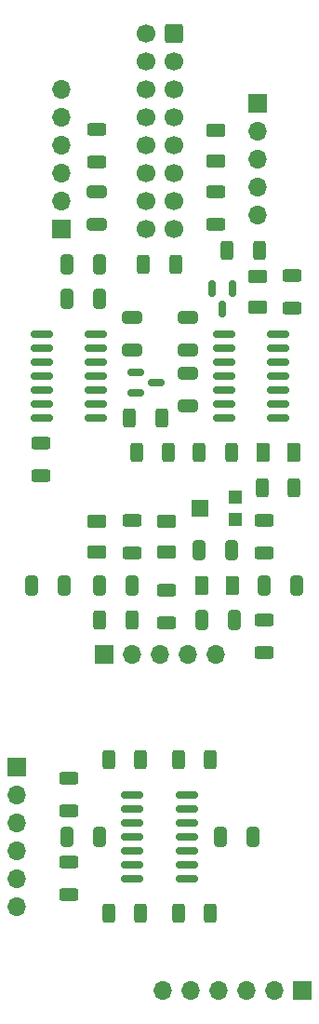
<source format=gbr>
%TF.GenerationSoftware,KiCad,Pcbnew,6.0.4-6f826c9f35~116~ubuntu21.10.1*%
%TF.CreationDate,2022-06-29T09:01:03+02:00*%
%TF.ProjectId,mHz_oscillator,6d487a5f-6f73-4636-996c-6c61746f722e,rev?*%
%TF.SameCoordinates,Original*%
%TF.FileFunction,Soldermask,Top*%
%TF.FilePolarity,Negative*%
%FSLAX46Y46*%
G04 Gerber Fmt 4.6, Leading zero omitted, Abs format (unit mm)*
G04 Created by KiCad (PCBNEW 6.0.4-6f826c9f35~116~ubuntu21.10.1) date 2022-06-29 09:01:03*
%MOMM*%
%LPD*%
G01*
G04 APERTURE LIST*
G04 Aperture macros list*
%AMRoundRect*
0 Rectangle with rounded corners*
0 $1 Rounding radius*
0 $2 $3 $4 $5 $6 $7 $8 $9 X,Y pos of 4 corners*
0 Add a 4 corners polygon primitive as box body*
4,1,4,$2,$3,$4,$5,$6,$7,$8,$9,$2,$3,0*
0 Add four circle primitives for the rounded corners*
1,1,$1+$1,$2,$3*
1,1,$1+$1,$4,$5*
1,1,$1+$1,$6,$7*
1,1,$1+$1,$8,$9*
0 Add four rect primitives between the rounded corners*
20,1,$1+$1,$2,$3,$4,$5,0*
20,1,$1+$1,$4,$5,$6,$7,0*
20,1,$1+$1,$6,$7,$8,$9,0*
20,1,$1+$1,$8,$9,$2,$3,0*%
G04 Aperture macros list end*
%ADD10RoundRect,0.250000X-0.625000X0.375000X-0.625000X-0.375000X0.625000X-0.375000X0.625000X0.375000X0*%
%ADD11RoundRect,0.250000X0.312500X0.625000X-0.312500X0.625000X-0.312500X-0.625000X0.312500X-0.625000X0*%
%ADD12RoundRect,0.250000X-0.312500X-0.625000X0.312500X-0.625000X0.312500X0.625000X-0.312500X0.625000X0*%
%ADD13RoundRect,0.250000X0.325000X0.650000X-0.325000X0.650000X-0.325000X-0.650000X0.325000X-0.650000X0*%
%ADD14RoundRect,0.250000X-0.625000X0.312500X-0.625000X-0.312500X0.625000X-0.312500X0.625000X0.312500X0*%
%ADD15RoundRect,0.250000X0.625000X-0.375000X0.625000X0.375000X-0.625000X0.375000X-0.625000X-0.375000X0*%
%ADD16RoundRect,0.150000X-0.825000X-0.150000X0.825000X-0.150000X0.825000X0.150000X-0.825000X0.150000X0*%
%ADD17RoundRect,0.250000X0.650000X-0.325000X0.650000X0.325000X-0.650000X0.325000X-0.650000X-0.325000X0*%
%ADD18RoundRect,0.150000X0.825000X0.150000X-0.825000X0.150000X-0.825000X-0.150000X0.825000X-0.150000X0*%
%ADD19R,1.700000X1.700000*%
%ADD20O,1.700000X1.700000*%
%ADD21RoundRect,0.250000X-0.650000X0.325000X-0.650000X-0.325000X0.650000X-0.325000X0.650000X0.325000X0*%
%ADD22RoundRect,0.150000X-0.150000X0.587500X-0.150000X-0.587500X0.150000X-0.587500X0.150000X0.587500X0*%
%ADD23RoundRect,0.250000X-0.325000X-0.650000X0.325000X-0.650000X0.325000X0.650000X-0.325000X0.650000X0*%
%ADD24RoundRect,0.250000X0.625000X-0.312500X0.625000X0.312500X-0.625000X0.312500X-0.625000X-0.312500X0*%
%ADD25R,1.200000X1.200000*%
%ADD26R,1.500000X1.600000*%
%ADD27RoundRect,0.250000X0.375000X0.625000X-0.375000X0.625000X-0.375000X-0.625000X0.375000X-0.625000X0*%
%ADD28RoundRect,0.250000X-0.375000X-0.625000X0.375000X-0.625000X0.375000X0.625000X-0.375000X0.625000X0*%
%ADD29RoundRect,0.150000X-0.587500X-0.150000X0.587500X-0.150000X0.587500X0.150000X-0.587500X0.150000X0*%
%ADD30RoundRect,0.250000X0.600000X0.600000X-0.600000X0.600000X-0.600000X-0.600000X0.600000X-0.600000X0*%
%ADD31C,1.700000*%
G04 APERTURE END LIST*
D10*
%TO.C,D3*%
X48895000Y56645000D03*
X48895000Y53845000D03*
%TD*%
D11*
%TO.C,R20*%
X40197500Y43815000D03*
X37272500Y43815000D03*
%TD*%
D12*
%TO.C,R4*%
X41717500Y12700000D03*
X44642500Y12700000D03*
%TD*%
D13*
%TO.C,C1*%
X46765000Y25400000D03*
X43815000Y25400000D03*
%TD*%
D14*
%TO.C,R12*%
X49530000Y25400000D03*
X49530000Y22475000D03*
%TD*%
%TO.C,R5*%
X34290000Y70042500D03*
X34290000Y67117500D03*
%TD*%
%TO.C,R18*%
X52070000Y56707500D03*
X52070000Y53782500D03*
%TD*%
D15*
%TO.C,D1*%
X45085000Y67180000D03*
X45085000Y69980000D03*
%TD*%
D16*
%TO.C,U1*%
X37530000Y9525000D03*
X37530000Y8255000D03*
X37530000Y6985000D03*
X37530000Y5715000D03*
X37530000Y4445000D03*
X37530000Y3175000D03*
X37530000Y1905000D03*
X42480000Y1905000D03*
X42480000Y3175000D03*
X42480000Y4445000D03*
X42480000Y5715000D03*
X42480000Y6985000D03*
X42480000Y8255000D03*
X42480000Y9525000D03*
%TD*%
D17*
%TO.C,C8*%
X42545000Y49960000D03*
X42545000Y52910000D03*
%TD*%
D13*
%TO.C,C15*%
X52480000Y28575000D03*
X49530000Y28575000D03*
%TD*%
D18*
%TO.C,U4*%
X50800000Y43815000D03*
X50800000Y45085000D03*
X50800000Y46355000D03*
X50800000Y47625000D03*
X50800000Y48895000D03*
X50800000Y50165000D03*
X50800000Y51435000D03*
X45850000Y51435000D03*
X45850000Y50165000D03*
X45850000Y48895000D03*
X45850000Y47625000D03*
X45850000Y46355000D03*
X45850000Y45085000D03*
X45850000Y43815000D03*
%TD*%
D16*
%TO.C,U2*%
X29275000Y51435000D03*
X29275000Y50165000D03*
X29275000Y48895000D03*
X29275000Y47625000D03*
X29275000Y46355000D03*
X29275000Y45085000D03*
X29275000Y43815000D03*
X34225000Y43815000D03*
X34225000Y45085000D03*
X34225000Y46355000D03*
X34225000Y47625000D03*
X34225000Y48895000D03*
X34225000Y50165000D03*
X34225000Y51435000D03*
%TD*%
D12*
%TO.C,R22*%
X38542500Y57785000D03*
X41467500Y57785000D03*
%TD*%
D14*
%TO.C,R25*%
X45085000Y64327500D03*
X45085000Y61402500D03*
%TD*%
D15*
%TO.C,D6*%
X40640000Y31620000D03*
X40640000Y34420000D03*
%TD*%
D12*
%TO.C,R31*%
X37907500Y40640000D03*
X40832500Y40640000D03*
%TD*%
D19*
%TO.C,J6*%
X31065000Y61010000D03*
D20*
X31065000Y63550000D03*
X31065000Y66090000D03*
X31065000Y68630000D03*
X31065000Y71170000D03*
X31065000Y73710000D03*
%TD*%
D12*
%TO.C,R44*%
X41717500Y-1270000D03*
X44642500Y-1270000D03*
%TD*%
D13*
%TO.C,C12*%
X48465000Y5715000D03*
X45515000Y5715000D03*
%TD*%
D11*
%TO.C,R11*%
X49087500Y59055000D03*
X46162500Y59055000D03*
%TD*%
D21*
%TO.C,C2*%
X34290000Y64340000D03*
X34290000Y61390000D03*
%TD*%
D11*
%TO.C,R7*%
X52262500Y37465000D03*
X49337500Y37465000D03*
%TD*%
D13*
%TO.C,C10*%
X46560000Y31750000D03*
X43610000Y31750000D03*
%TD*%
D22*
%TO.C,Q1*%
X46670000Y55547500D03*
X44770000Y55547500D03*
X45720000Y53672500D03*
%TD*%
D14*
%TO.C,R53*%
X37465000Y34482500D03*
X37465000Y31557500D03*
%TD*%
D23*
%TO.C,C16*%
X34515000Y28575000D03*
X37465000Y28575000D03*
%TD*%
D19*
%TO.C,J10*%
X48895000Y72385000D03*
D20*
X48895000Y69845000D03*
X48895000Y67305000D03*
X48895000Y64765000D03*
X48895000Y62225000D03*
%TD*%
D24*
%TO.C,R14*%
X49530000Y31557500D03*
X49530000Y34482500D03*
%TD*%
D14*
%TO.C,R2*%
X31750000Y10987500D03*
X31750000Y8062500D03*
%TD*%
D12*
%TO.C,R8*%
X35367500Y12700000D03*
X38292500Y12700000D03*
%TD*%
D13*
%TO.C,C3*%
X34495000Y57785000D03*
X31545000Y57785000D03*
%TD*%
D17*
%TO.C,C18*%
X42545000Y44880000D03*
X42545000Y47830000D03*
%TD*%
D19*
%TO.C,J4*%
X27012500Y12065000D03*
D20*
X27012500Y9525000D03*
X27012500Y6985000D03*
X27012500Y4445000D03*
X27012500Y1905000D03*
X27012500Y-635000D03*
%TD*%
D23*
%TO.C,C19*%
X28370000Y28575000D03*
X31320000Y28575000D03*
%TD*%
D21*
%TO.C,C13*%
X37465000Y52910000D03*
X37465000Y49960000D03*
%TD*%
D12*
%TO.C,R30*%
X43622500Y40640000D03*
X46547500Y40640000D03*
%TD*%
D24*
%TO.C,R13*%
X40640000Y25207500D03*
X40640000Y28132500D03*
%TD*%
D19*
%TO.C,J8*%
X34930000Y22275000D03*
D20*
X37470000Y22275000D03*
X40010000Y22275000D03*
X42550000Y22275000D03*
X45090000Y22275000D03*
%TD*%
D14*
%TO.C,R42*%
X31750000Y3367500D03*
X31750000Y442500D03*
%TD*%
D25*
%TO.C,RV2*%
X46885000Y34560000D03*
D26*
X43635000Y35560000D03*
D25*
X46885000Y36560000D03*
%TD*%
D12*
%TO.C,R10*%
X34540000Y25400000D03*
X37465000Y25400000D03*
%TD*%
D13*
%TO.C,C7*%
X34495000Y5715000D03*
X31545000Y5715000D03*
%TD*%
D10*
%TO.C,D7*%
X34290000Y34420000D03*
X34290000Y31620000D03*
%TD*%
D24*
%TO.C,R1*%
X29210000Y38542500D03*
X29210000Y41467500D03*
%TD*%
D19*
%TO.C,J2*%
X52997500Y-8255000D03*
D20*
X50457500Y-8255000D03*
X47917500Y-8255000D03*
X45377500Y-8255000D03*
X42837500Y-8255000D03*
X40297500Y-8255000D03*
%TD*%
D27*
%TO.C,D4*%
X52200000Y40640000D03*
X49400000Y40640000D03*
%TD*%
D12*
%TO.C,R45*%
X35367500Y-1270000D03*
X38292500Y-1270000D03*
%TD*%
D28*
%TO.C,D2*%
X43815000Y28575000D03*
X46615000Y28575000D03*
%TD*%
D13*
%TO.C,C17*%
X34495000Y54610000D03*
X31545000Y54610000D03*
%TD*%
D29*
%TO.C,Q2*%
X37797500Y47940000D03*
X37797500Y46040000D03*
X39672500Y46990000D03*
%TD*%
D30*
%TO.C,J11*%
X41275000Y78740000D03*
D31*
X38735000Y78740000D03*
X41275000Y76200000D03*
X38735000Y76200000D03*
X41275000Y73660000D03*
X38735000Y73660000D03*
X41275000Y71120000D03*
X38735000Y71120000D03*
X41275000Y68580000D03*
X38735000Y68580000D03*
X41275000Y66040000D03*
X38735000Y66040000D03*
X41275000Y63500000D03*
X38735000Y63500000D03*
X41275000Y60960000D03*
X38735000Y60960000D03*
%TD*%
M02*

</source>
